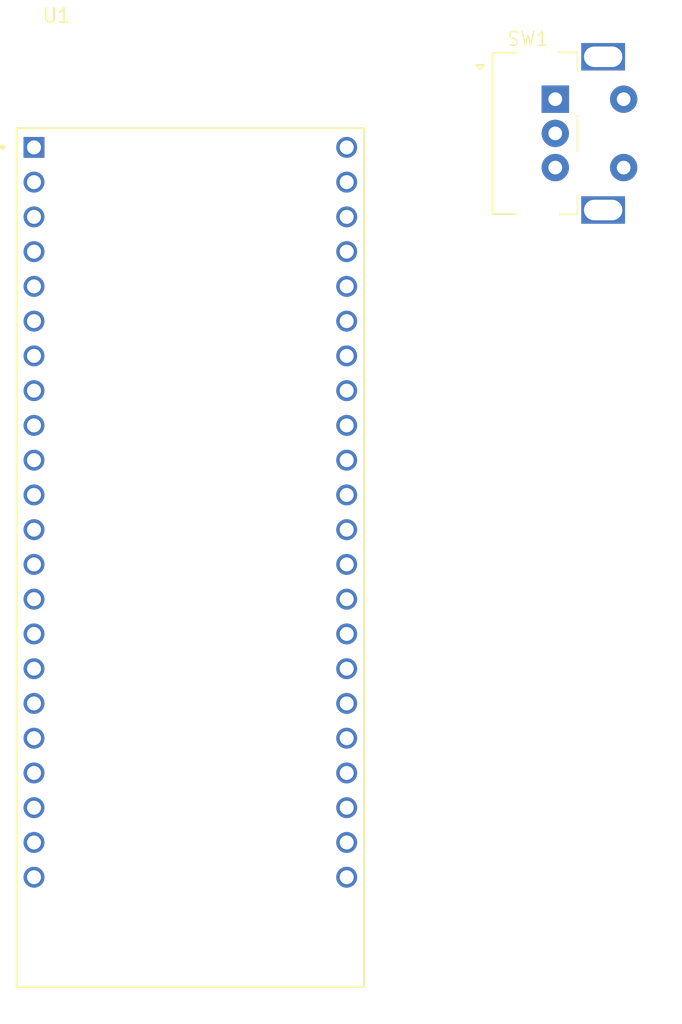
<source format=kicad_pcb>
(kicad_pcb (version 20240108) (generator "pcbnew") (generator_version "8.0")
  (layers (0 "F.Cu" signal) (31 "B.Cu" signal) (34 "B.Paste" user) (35 "F.Paste" user) (36 "B.SilkS" user "B.Silkscreen") (37 "F.SilkS" user "F.Silkscreen") (38 "B.Mask" user) (39 "F.Mask" user) (44 "Edge.Cuts" user))
  (net 0 "")
  (net 34 "GND")
  (net 35 "S1 Switch")
  (net 36 "RotaryEncoder A")
  (net 37 "RotaryEncoder B")
  (net 38 "LCD_RST")
  (net 39 "LED")
  (net 40 "LCD_CS")
  (net 41 "SDI (MOSI)")
  (net 42 "SDO (MISO)")
  (net 43 "LCD_RS")
  (net 44 "SCK")
  (footprint "Esp32-S3-DevKit:XCVR_ESP32-S3-DEVKITC-1-N8R2" (layer "F.Cu") (at 82.57 90.63)
    (property "Reference" "U1" (at -9.775 -39.605 0) (layer "F.SilkS"))
    (property "Value" "ESP32-S3-DEVKITC-1-N8R2")
    (fp_line (start -12.7 -31.37) (end 12.7 -31.37) (stroke (width 0.127)) (layer "F.SilkS"))
    (fp_line (start -12.7 31.37) (end -12.7 -31.37) (stroke (width 0.127)) (layer "F.SilkS"))
    (fp_line (start 12.7 -31.37) (end 12.7 31.37) (stroke (width 0.127)) (layer "F.SilkS"))
    (fp_line (start 12.7 31.37) (end -12.7 31.37) (stroke (width 0.127)) (layer "F.SilkS"))
    (fp_circle (center -13.716 -29.972) (end -13.616 -29.972) (stroke (width 0.2)) (fill none) (layer "F.SilkS"))
    (pad "J1_1" thru_hole rect (at -11.43 -29.97) (size 1.53 1.53) (drill 1.02) (layers "*.Cu" "*.Mask") (net 39 "LED"))
    (pad "J1_2" thru_hole circle (at -11.43 -27.43) (size 1.53 1.53) (drill 1.02) (layers "*.Cu" "*.Mask"))
    (pad "J1_3" thru_hole circle (at -11.43 -24.89) (size 1.53 1.53) (drill 1.02) (layers "*.Cu" "*.Mask"))
    (pad "J1_4" thru_hole circle (at -11.43 -22.35) (size 1.53 1.53) (drill 1.02) (layers "*.Cu" "*.Mask") (net 42 "SDO (MISO)"))
    (pad "J1_5" thru_hole circle (at -11.43 -19.81) (size 1.53 1.53) (drill 1.02) (layers "*.Cu" "*.Mask"))
    (pad "J1_6" thru_hole circle (at -11.43 -17.27) (size 1.53 1.53) (drill 1.02) (layers "*.Cu" "*.Mask") (net 44 "SCK"))
    (pad "J1_7" thru_hole circle (at -11.43 -14.73) (size 1.53 1.53) (drill 1.02) (layers "*.Cu" "*.Mask") (net 41 "SDI (MOSI)"))
    (pad "J1_8" thru_hole circle (at -11.43 -12.19) (size 1.53 1.53) (drill 1.02) (layers "*.Cu" "*.Mask") (net 43 "LCD_RS"))
    (pad "J1_9" thru_hole circle (at -11.43 -9.65) (size 1.53 1.53) (drill 1.02) (layers "*.Cu" "*.Mask") (net 38 "LCD_RST"))
    (pad "J1_10" thru_hole circle (at -11.43 -7.11) (size 1.53 1.53) (drill 1.02) (layers "*.Cu" "*.Mask") (net 40 "LCD_CS"))
    (pad "J1_11" thru_hole circle (at -11.43 -4.57) (size 1.53 1.53) (drill 1.02) (layers "*.Cu" "*.Mask"))
    (pad "J1_12" thru_hole circle (at -11.43 -2.03) (size 1.53 1.53) (drill 1.02) (layers "*.Cu" "*.Mask"))
    (pad "J1_13" thru_hole circle (at -11.43 0.51) (size 1.53 1.53) (drill 1.02) (layers "*.Cu" "*.Mask"))
    (pad "J1_14" thru_hole circle (at -11.43 3.05) (size 1.53 1.53) (drill 1.02) (layers "*.Cu" "*.Mask"))
    (pad "J1_15" thru_hole circle (at -11.43 5.59) (size 1.53 1.53) (drill 1.02) (layers "*.Cu" "*.Mask"))
    (pad "J1_16" thru_hole circle (at -11.43 8.13) (size 1.53 1.53) (drill 1.02) (layers "*.Cu" "*.Mask"))
    (pad "J1_17" thru_hole circle (at -11.43 10.67) (size 1.53 1.53) (drill 1.02) (layers "*.Cu" "*.Mask"))
    (pad "J1_18" thru_hole circle (at -11.43 13.21) (size 1.53 1.53) (drill 1.02) (layers "*.Cu" "*.Mask"))
    (pad "J1_19" thru_hole circle (at -11.43 15.75) (size 1.53 1.53) (drill 1.02) (layers "*.Cu" "*.Mask"))
    (pad "J1_20" thru_hole circle (at -11.43 18.29) (size 1.53 1.53) (drill 1.02) (layers "*.Cu" "*.Mask"))
    (pad "J1_21" thru_hole circle (at -11.43 20.83) (size 1.53 1.53) (drill 1.02) (layers "*.Cu" "*.Mask"))
    (pad "J1_22" thru_hole circle (at -11.43 23.37) (size 1.53 1.53) (drill 1.02) (layers "*.Cu" "*.Mask") (net 34 "GND"))
    (pad "J3_1" thru_hole circle (at 11.43 -29.97) (size 1.53 1.53) (drill 1.02) (layers "*.Cu" "*.Mask"))
    (pad "J3_2" thru_hole circle (at 11.43 -27.43) (size 1.53 1.53) (drill 1.02) (layers "*.Cu" "*.Mask"))
    (pad "J3_3" thru_hole circle (at 11.43 -24.89) (size 1.53 1.53) (drill 1.02) (layers "*.Cu" "*.Mask"))
    (pad "J3_4" thru_hole circle (at 11.43 -22.35) (size 1.53 1.53) (drill 1.02) (layers "*.Cu" "*.Mask"))
    (pad "J3_5" thru_hole circle (at 11.43 -19.81) (size 1.53 1.53) (drill 1.02) (layers "*.Cu" "*.Mask"))
    (pad "J3_6" thru_hole circle (at 11.43 -17.27) (size 1.53 1.53) (drill 1.02) (layers "*.Cu" "*.Mask"))
    (pad "J3_7" thru_hole circle (at 11.43 -14.73) (size 1.53 1.53) (drill 1.02) (layers "*.Cu" "*.Mask"))
    (pad "J3_8" thru_hole circle (at 11.43 -12.19) (size 1.53 1.53) (drill 1.02) (layers "*.Cu" "*.Mask"))
    (pad "J3_9" thru_hole circle (at 11.43 -9.65) (size 1.53 1.53) (drill 1.02) (layers "*.Cu" "*.Mask"))
    (pad "J3_10" thru_hole circle (at 11.43 -7.11) (size 1.53 1.53) (drill 1.02) (layers "*.Cu" "*.Mask"))
    (pad "J3_11" thru_hole circle (at 11.43 -4.57) (size 1.53 1.53) (drill 1.02) (layers "*.Cu" "*.Mask") (net 35 "S1 Switch"))
    (pad "J3_12" thru_hole circle (at 11.43 -2.03) (size 1.53 1.53) (drill 1.02) (layers "*.Cu" "*.Mask") (net 37 "RotaryEncoder B"))
    (pad "J3_13" thru_hole circle (at 11.43 0.51) (size 1.53 1.53) (drill 1.02) (layers "*.Cu" "*.Mask") (net 36 "RotaryEncoder A"))
    (pad "J3_14" thru_hole circle (at 11.43 3.05) (size 1.53 1.53) (drill 1.02) (layers "*.Cu" "*.Mask"))
    (pad "J3_15" thru_hole circle (at 11.43 5.59) (size 1.53 1.53) (drill 1.02) (layers "*.Cu" "*.Mask"))
    (pad "J3_16" thru_hole circle (at 11.43 8.13) (size 1.53 1.53) (drill 1.02) (layers "*.Cu" "*.Mask"))
    (pad "J3_17" thru_hole circle (at 11.43 10.67) (size 1.53 1.53) (drill 1.02) (layers "*.Cu" "*.Mask"))
    (pad "J3_18" thru_hole circle (at 11.43 13.21) (size 1.53 1.53) (drill 1.02) (layers "*.Cu" "*.Mask"))
    (pad "J3_19" thru_hole circle (at 11.43 15.75) (size 1.53 1.53) (drill 1.02) (layers "*.Cu" "*.Mask"))
    (pad "J3_20" thru_hole circle (at 11.43 18.29) (size 1.53 1.53) (drill 1.02) (layers "*.Cu" "*.Mask"))
    (pad "J3_21" thru_hole circle (at 11.43 20.83) (size 1.53 1.53) (drill 1.02) (layers "*.Cu" "*.Mask"))
    (pad "J3_22" thru_hole circle (at 11.43 23.37) (size 1.53 1.53) (drill 1.02) (layers "*.Cu" "*.Mask"))
  )
  (footprint "ToxyzRotaryEncoder-Switch:RotaryEncoder_Toxyz_Switch_Horizontal" (layer "F.Cu") (at 110.25 68.2375)
    (property "Reference" "SW1" (at -3 -15.5 0) (layer "F.SilkS") (effects (font (thickness 0.1))))
    (property "Value" "RotaryEncoder_Switch")
    (fp_line (start -6.8 -13.6) (end -6.2 -13.6) (stroke (width 0.12)) (layer "F.SilkS"))
    (fp_line (start -6.5 -13.3) (end -6.8 -13.6) (stroke (width 0.12)) (layer "F.SilkS"))
    (fp_line (start -6.2 -13.6) (end -6.5 -13.3) (stroke (width 0.12)) (layer "F.SilkS"))
    (fp_line (start -5.6 -14.5) (end -5.6 -2.7) (stroke (width 0.12)) (layer "F.SilkS"))
    (fp_line (start -3.9 -2.7) (end -5.6 -2.7) (stroke (width 0.12)) (layer "F.SilkS"))
    (fp_line (start -3.84 -14.5) (end -5.6 -14.5) (stroke (width 0.12)) (layer "F.SilkS"))
    (fp_line (start -0.8 -14.52) (end 0.62 -14.52) (stroke (width 0.12)) (layer "F.SilkS"))
    (fp_line (start 0.62 -14.52) (end 0.62 -13.11) (stroke (width 0.12)) (layer "F.SilkS"))
    (fp_line (start 0.62 -9.9) (end 0.62 -7.3) (stroke (width 0.12)) (layer "F.SilkS"))
    (fp_line (start 0.62 -4.07) (end 0.62 -2.68) (stroke (width 0.12)) (layer "F.SilkS"))
    (fp_line (start 0.62 -2.68) (end -0.66 -2.68) (stroke (width 0.12)) (layer "F.SilkS"))
    (pad "A" thru_hole rect (at -1 -11.1) (size 2 2) (drill 1) (layers "*.Cu" "*.Mask") (net 36 "RotaryEncoder A"))
    (pad "B" thru_hole circle (at -1 -6.1) (size 2 2) (drill 1) (layers "*.Cu" "*.Mask") (net 37 "RotaryEncoder B"))
    (pad "C" thru_hole circle (at -1 -8.6) (size 2 2) (drill 1) (layers "*.Cu" "*.Mask") (net 34 "GND"))
    (pad "MP" thru_hole rect (at 2.5 -14.2) (size 3.2 2) (drill oval 2.8 1.5) (layers "*.Cu" "*.Mask"))
    (pad "MP" thru_hole rect (at 2.5 -3) (size 3.2 2) (drill oval 2.8 1.5) (layers "*.Cu" "*.Mask"))
    (pad "S1" thru_hole circle (at 4 -6.1) (size 2 2) (drill 1) (layers "*.Cu" "*.Mask") (net 35 "S1 Switch"))
    (pad "S2" thru_hole circle (at 4 -11.1) (size 2 2) (drill 1) (layers "*.Cu" "*.Mask") (net 34 "GND"))
  )
)
</source>
